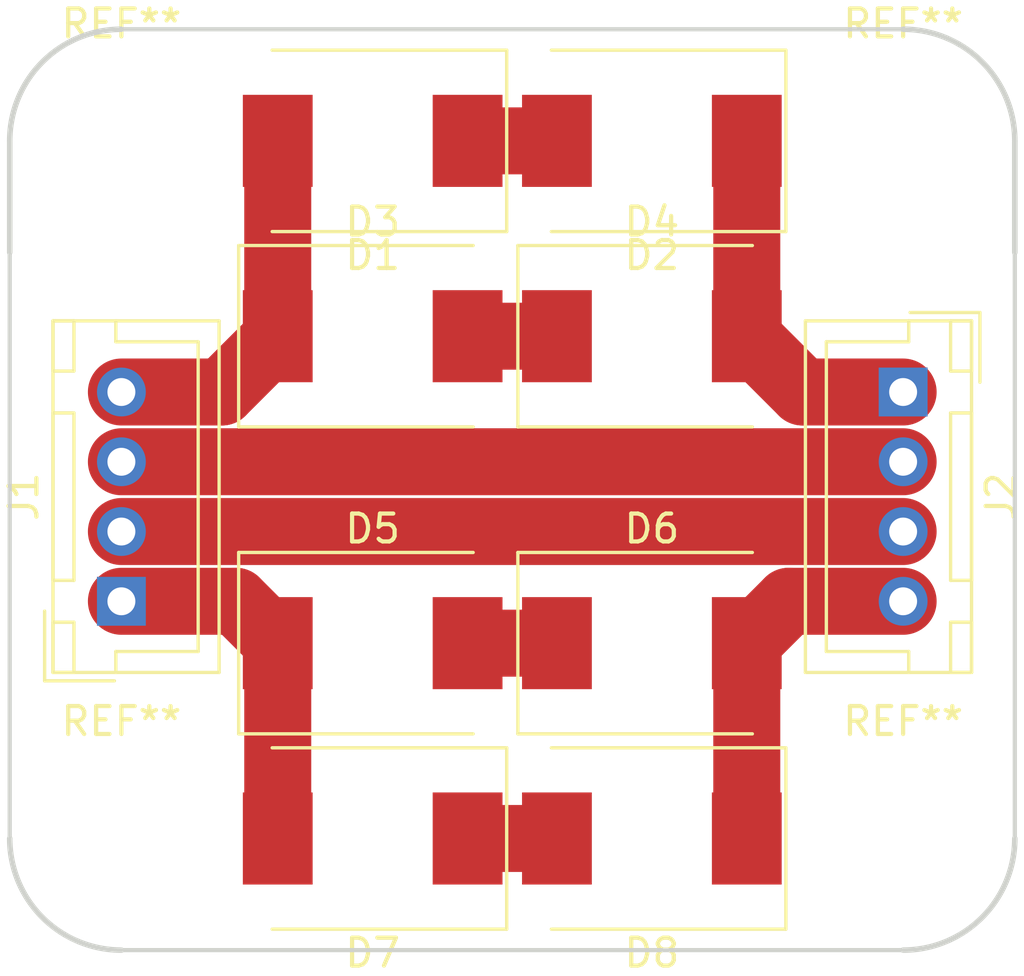
<source format=kicad_pcb>
(kicad_pcb (version 4) (host pcbnew 4.0.6)

  (general
    (links 14)
    (no_connects 0)
    (area 116.542857 49.925 163.457143 85.175)
    (thickness 1.6)
    (drawings 10)
    (tracks 18)
    (zones 0)
    (modules 14)
    (nets 11)
  )

  (page A4)
  (layers
    (0 F.Cu signal)
    (31 B.Cu signal)
    (32 B.Adhes user)
    (33 F.Adhes user)
    (34 B.Paste user)
    (35 F.Paste user)
    (36 B.SilkS user)
    (37 F.SilkS user)
    (38 B.Mask user)
    (39 F.Mask user)
    (40 Dwgs.User user)
    (41 Cmts.User user)
    (42 Eco1.User user)
    (43 Eco2.User user)
    (44 Edge.Cuts user)
    (45 Margin user)
    (46 B.CrtYd user)
    (47 F.CrtYd user)
    (48 B.Fab user hide)
    (49 F.Fab user hide)
  )

  (setup
    (last_trace_width 0.25)
    (trace_clearance 0.1)
    (zone_clearance 0.508)
    (zone_45_only no)
    (trace_min 0.2)
    (segment_width 0.2)
    (edge_width 0.15)
    (via_size 0.8)
    (via_drill 0.4)
    (via_min_size 0.4)
    (via_min_drill 0.3)
    (uvia_size 0.3)
    (uvia_drill 0.1)
    (uvias_allowed no)
    (uvia_min_size 0.2)
    (uvia_min_drill 0.1)
    (pcb_text_width 0.3)
    (pcb_text_size 1.5 1.5)
    (mod_edge_width 0.15)
    (mod_text_size 1 1)
    (mod_text_width 0.15)
    (pad_size 1.524 1.524)
    (pad_drill 0.762)
    (pad_to_mask_clearance 0.2)
    (aux_axis_origin 0 0)
    (visible_elements 7FFFFFFF)
    (pcbplotparams
      (layerselection 0x00030_ffffffff)
      (usegerberextensions false)
      (excludeedgelayer true)
      (linewidth 0.100000)
      (plotframeref false)
      (viasonmask false)
      (mode 1)
      (useauxorigin false)
      (hpglpennumber 1)
      (hpglpenspeed 20)
      (hpglpendiameter 15)
      (hpglpenoverlay 2)
      (psnegative false)
      (psa4output false)
      (plotreference true)
      (plotvalue true)
      (plotinvisibletext false)
      (padsonsilk false)
      (subtractmaskfromsilk false)
      (outputformat 1)
      (mirror false)
      (drillshape 1)
      (scaleselection 1)
      (outputdirectory ""))
  )

  (net 0 "")
  (net 1 "Net-(D1-Pad2)")
  (net 2 "Net-(D1-Pad1)")
  (net 3 "Net-(D2-Pad1)")
  (net 4 "Net-(D3-Pad2)")
  (net 5 "Net-(D5-Pad2)")
  (net 6 "Net-(D5-Pad1)")
  (net 7 "Net-(D7-Pad1)")
  (net 8 "Net-(D6-Pad2)")
  (net 9 "Net-(J1-Pad3)")
  (net 10 "Net-(J1-Pad2)")

  (net_class Default "Questo è il gruppo di collegamenti predefinito"
    (clearance 0.1)
    (trace_width 0.25)
    (via_dia 0.8)
    (via_drill 0.4)
    (uvia_dia 0.3)
    (uvia_drill 0.1)
    (add_net "Net-(D1-Pad1)")
    (add_net "Net-(D1-Pad2)")
    (add_net "Net-(D2-Pad1)")
    (add_net "Net-(D3-Pad2)")
    (add_net "Net-(D5-Pad1)")
    (add_net "Net-(D5-Pad2)")
    (add_net "Net-(D6-Pad2)")
    (add_net "Net-(D7-Pad1)")
    (add_net "Net-(J1-Pad2)")
    (add_net "Net-(J1-Pad3)")
  )

  (module Connectors_JST:JST_XH_B04B-XH-A_04x2.50mm_Straight (layer F.Cu) (tedit 58EAE7F0) (tstamp 5A9D87E7)
    (at 126 71.5 90)
    (descr "JST XH series connector, B04B-XH-A, top entry type, through hole")
    (tags "connector jst xh tht top vertical 2.50mm")
    (path /5AA1DEAE)
    (fp_text reference J1 (at 3.75 -3.5 90) (layer F.SilkS)
      (effects (font (size 1 1) (thickness 0.15)))
    )
    (fp_text value CONN_01X04 (at 3.75 4.5 90) (layer F.Fab)
      (effects (font (size 1 1) (thickness 0.15)))
    )
    (fp_text user %R (at 3.75 2.5 90) (layer F.Fab)
      (effects (font (size 1 1) (thickness 0.15)))
    )
    (fp_line (start -2.85 -2.75) (end -2.85 -0.25) (layer F.Fab) (width 0.1))
    (fp_line (start -0.35 -2.75) (end -2.85 -2.75) (layer F.Fab) (width 0.1))
    (fp_line (start -2.85 -2.75) (end -2.85 -0.25) (layer F.SilkS) (width 0.12))
    (fp_line (start -0.35 -2.75) (end -2.85 -2.75) (layer F.SilkS) (width 0.12))
    (fp_line (start 9.3 2.75) (end 3.75 2.75) (layer F.SilkS) (width 0.12))
    (fp_line (start 9.3 -0.2) (end 9.3 2.75) (layer F.SilkS) (width 0.12))
    (fp_line (start 10.05 -0.2) (end 9.3 -0.2) (layer F.SilkS) (width 0.12))
    (fp_line (start -1.8 2.75) (end 3.75 2.75) (layer F.SilkS) (width 0.12))
    (fp_line (start -1.8 -0.2) (end -1.8 2.75) (layer F.SilkS) (width 0.12))
    (fp_line (start -2.55 -0.2) (end -1.8 -0.2) (layer F.SilkS) (width 0.12))
    (fp_line (start 10.05 -2.45) (end 8.25 -2.45) (layer F.SilkS) (width 0.12))
    (fp_line (start 10.05 -1.7) (end 10.05 -2.45) (layer F.SilkS) (width 0.12))
    (fp_line (start 8.25 -1.7) (end 10.05 -1.7) (layer F.SilkS) (width 0.12))
    (fp_line (start 8.25 -2.45) (end 8.25 -1.7) (layer F.SilkS) (width 0.12))
    (fp_line (start -0.75 -2.45) (end -2.55 -2.45) (layer F.SilkS) (width 0.12))
    (fp_line (start -0.75 -1.7) (end -0.75 -2.45) (layer F.SilkS) (width 0.12))
    (fp_line (start -2.55 -1.7) (end -0.75 -1.7) (layer F.SilkS) (width 0.12))
    (fp_line (start -2.55 -2.45) (end -2.55 -1.7) (layer F.SilkS) (width 0.12))
    (fp_line (start 6.75 -2.45) (end 0.75 -2.45) (layer F.SilkS) (width 0.12))
    (fp_line (start 6.75 -1.7) (end 6.75 -2.45) (layer F.SilkS) (width 0.12))
    (fp_line (start 0.75 -1.7) (end 6.75 -1.7) (layer F.SilkS) (width 0.12))
    (fp_line (start 0.75 -2.45) (end 0.75 -1.7) (layer F.SilkS) (width 0.12))
    (fp_line (start 10.05 -2.45) (end -2.55 -2.45) (layer F.SilkS) (width 0.12))
    (fp_line (start 10.05 3.5) (end 10.05 -2.45) (layer F.SilkS) (width 0.12))
    (fp_line (start -2.55 3.5) (end 10.05 3.5) (layer F.SilkS) (width 0.12))
    (fp_line (start -2.55 -2.45) (end -2.55 3.5) (layer F.SilkS) (width 0.12))
    (fp_line (start 10.45 -2.85) (end -2.95 -2.85) (layer F.CrtYd) (width 0.05))
    (fp_line (start 10.45 3.9) (end 10.45 -2.85) (layer F.CrtYd) (width 0.05))
    (fp_line (start -2.95 3.9) (end 10.45 3.9) (layer F.CrtYd) (width 0.05))
    (fp_line (start -2.95 -2.85) (end -2.95 3.9) (layer F.CrtYd) (width 0.05))
    (fp_line (start 9.95 -2.35) (end -2.45 -2.35) (layer F.Fab) (width 0.1))
    (fp_line (start 9.95 3.4) (end 9.95 -2.35) (layer F.Fab) (width 0.1))
    (fp_line (start -2.45 3.4) (end 9.95 3.4) (layer F.Fab) (width 0.1))
    (fp_line (start -2.45 -2.35) (end -2.45 3.4) (layer F.Fab) (width 0.1))
    (pad 4 thru_hole circle (at 7.5 0 90) (size 1.75 1.75) (drill 1) (layers *.Cu *.Mask)
      (net 1 "Net-(D1-Pad2)"))
    (pad 3 thru_hole circle (at 5 0 90) (size 1.75 1.75) (drill 1) (layers *.Cu *.Mask)
      (net 9 "Net-(J1-Pad3)"))
    (pad 2 thru_hole circle (at 2.5 0 90) (size 1.75 1.75) (drill 1) (layers *.Cu *.Mask)
      (net 10 "Net-(J1-Pad2)"))
    (pad 1 thru_hole rect (at 0 0 90) (size 1.75 1.75) (drill 1) (layers *.Cu *.Mask)
      (net 6 "Net-(D5-Pad1)"))
    (model Connectors_JST.3dshapes/JST_XH_B04B-XH-A_04x2.50mm_Straight.wrl
      (at (xyz 0 0 0))
      (scale (xyz 1 1 1))
      (rotate (xyz 0 0 0))
    )
  )

  (module Mounting_Holes:MountingHole_3.2mm_M3 (layer F.Cu) (tedit 56D1B4CB) (tstamp 5A9D9195)
    (at 126 55)
    (descr "Mounting Hole 3.2mm, no annular, M3")
    (tags "mounting hole 3.2mm no annular m3")
    (attr virtual)
    (fp_text reference REF** (at 0 -4.2) (layer F.SilkS)
      (effects (font (size 1 1) (thickness 0.15)))
    )
    (fp_text value MountingHole_3.2mm_M3 (at 0 4.2) (layer F.Fab)
      (effects (font (size 1 1) (thickness 0.15)))
    )
    (fp_circle (center 0 0) (end 3.45 0) (layer F.CrtYd) (width 0.05))
    (fp_circle (center 0 0) (end 3.2 0) (layer Cmts.User) (width 0.15))
    (fp_text user %R (at 0.3 0) (layer F.Fab)
      (effects (font (size 1 1) (thickness 0.15)))
    )
    (pad 1 np_thru_hole circle (at 0 0) (size 3.2 3.2) (drill 3.2) (layers *.Cu *.Mask))
  )

  (module Mounting_Holes:MountingHole_3.2mm_M3 (layer F.Cu) (tedit 56D1B4CB) (tstamp 5A9D918E)
    (at 154 55)
    (descr "Mounting Hole 3.2mm, no annular, M3")
    (tags "mounting hole 3.2mm no annular m3")
    (attr virtual)
    (fp_text reference REF** (at 0 -4.2) (layer F.SilkS)
      (effects (font (size 1 1) (thickness 0.15)))
    )
    (fp_text value MountingHole_3.2mm_M3 (at 0 4.2) (layer F.Fab)
      (effects (font (size 1 1) (thickness 0.15)))
    )
    (fp_text user %R (at 0.3 0) (layer F.Fab)
      (effects (font (size 1 1) (thickness 0.15)))
    )
    (fp_circle (center 0 0) (end 3.2 0) (layer Cmts.User) (width 0.15))
    (fp_circle (center 0 0) (end 3.45 0) (layer F.CrtYd) (width 0.05))
    (pad 1 np_thru_hole circle (at 0 0) (size 3.2 3.2) (drill 3.2) (layers *.Cu *.Mask))
  )

  (module Mounting_Holes:MountingHole_3.2mm_M3 (layer F.Cu) (tedit 56D1B4CB) (tstamp 5A9D9184)
    (at 154 80)
    (descr "Mounting Hole 3.2mm, no annular, M3")
    (tags "mounting hole 3.2mm no annular m3")
    (attr virtual)
    (fp_text reference REF** (at 0 -4.2) (layer F.SilkS)
      (effects (font (size 1 1) (thickness 0.15)))
    )
    (fp_text value MountingHole_3.2mm_M3 (at 0 4.2) (layer F.Fab)
      (effects (font (size 1 1) (thickness 0.15)))
    )
    (fp_circle (center 0 0) (end 3.45 0) (layer F.CrtYd) (width 0.05))
    (fp_circle (center 0 0) (end 3.2 0) (layer Cmts.User) (width 0.15))
    (fp_text user %R (at 0.3 0) (layer F.Fab)
      (effects (font (size 1 1) (thickness 0.15)))
    )
    (pad 1 np_thru_hole circle (at 0 0) (size 3.2 3.2) (drill 3.2) (layers *.Cu *.Mask))
  )

  (module Mounting_Holes:MountingHole_3.2mm_M3 (layer F.Cu) (tedit 56D1B4CB) (tstamp 5A9D9181)
    (at 126 80)
    (descr "Mounting Hole 3.2mm, no annular, M3")
    (tags "mounting hole 3.2mm no annular m3")
    (attr virtual)
    (fp_text reference REF** (at 0 -4.2) (layer F.SilkS)
      (effects (font (size 1 1) (thickness 0.15)))
    )
    (fp_text value MountingHole_3.2mm_M3 (at 0 4.2) (layer F.Fab)
      (effects (font (size 1 1) (thickness 0.15)))
    )
    (fp_text user %R (at 0.3 0) (layer F.Fab)
      (effects (font (size 1 1) (thickness 0.15)))
    )
    (fp_circle (center 0 0) (end 3.2 0) (layer Cmts.User) (width 0.15))
    (fp_circle (center 0 0) (end 3.45 0) (layer F.CrtYd) (width 0.05))
    (pad 1 np_thru_hole circle (at 0 0) (size 3.2 3.2) (drill 3.2) (layers *.Cu *.Mask))
  )

  (module Diodes_SMD:D_SMC (layer F.Cu) (tedit 5864295D) (tstamp 5A9D8714)
    (at 135 55 180)
    (descr "Diode SMC (DO-214AB)")
    (tags "Diode SMC (DO-214AB)")
    (path /5AA1DF2C)
    (attr smd)
    (fp_text reference D1 (at 0 -4.1 180) (layer F.SilkS)
      (effects (font (size 1 1) (thickness 0.15)))
    )
    (fp_text value D (at 0 4.2 180) (layer F.Fab)
      (effects (font (size 1 1) (thickness 0.15)))
    )
    (fp_line (start -4.8 -3.25) (end 3.6 -3.25) (layer F.SilkS) (width 0.12))
    (fp_line (start -4.8 3.25) (end 3.6 3.25) (layer F.SilkS) (width 0.12))
    (fp_line (start -0.64944 0.00102) (end 0.50118 -0.79908) (layer F.Fab) (width 0.1))
    (fp_line (start -0.64944 0.00102) (end 0.50118 0.75032) (layer F.Fab) (width 0.1))
    (fp_line (start 0.50118 0.75032) (end 0.50118 -0.79908) (layer F.Fab) (width 0.1))
    (fp_line (start -0.64944 -0.79908) (end -0.64944 0.80112) (layer F.Fab) (width 0.1))
    (fp_line (start 0.50118 0.00102) (end 1.4994 0.00102) (layer F.Fab) (width 0.1))
    (fp_line (start -0.64944 0.00102) (end -1.55114 0.00102) (layer F.Fab) (width 0.1))
    (fp_line (start -4.9 3.35) (end -4.9 -3.35) (layer F.CrtYd) (width 0.05))
    (fp_line (start 4.9 3.35) (end -4.9 3.35) (layer F.CrtYd) (width 0.05))
    (fp_line (start 4.9 -3.35) (end 4.9 3.35) (layer F.CrtYd) (width 0.05))
    (fp_line (start -4.9 -3.35) (end 4.9 -3.35) (layer F.CrtYd) (width 0.05))
    (fp_line (start 3.55 -3.1) (end -3.55 -3.1) (layer F.Fab) (width 0.1))
    (fp_line (start 3.55 -3.1) (end 3.55 3.1) (layer F.Fab) (width 0.1))
    (fp_line (start -3.55 3.1) (end -3.55 -3.1) (layer F.Fab) (width 0.1))
    (fp_line (start 3.55 3.1) (end -3.55 3.1) (layer F.Fab) (width 0.1))
    (fp_line (start -4.8 3.25) (end -4.8 -3.25) (layer F.SilkS) (width 0.12))
    (fp_text user %R (at 0 -1.9 180) (layer F.Fab)
      (effects (font (size 1 1) (thickness 0.15)))
    )
    (pad 2 smd rect (at 3.4 0 270) (size 3.3 2.5) (layers F.Cu F.Paste F.Mask)
      (net 1 "Net-(D1-Pad2)"))
    (pad 1 smd rect (at -3.4 0 270) (size 3.3 2.5) (layers F.Cu F.Paste F.Mask)
      (net 2 "Net-(D1-Pad1)"))
    (model ${KISYS3DMOD}/Diodes_SMD.3dshapes/D_SMC.wrl
      (at (xyz 0 0 0))
      (scale (xyz 1 1 1))
      (rotate (xyz 0 0 0))
    )
  )

  (module Diodes_SMD:D_SMC (layer F.Cu) (tedit 5864295D) (tstamp 5A9D872C)
    (at 145 55 180)
    (descr "Diode SMC (DO-214AB)")
    (tags "Diode SMC (DO-214AB)")
    (path /5AA1DF5C)
    (attr smd)
    (fp_text reference D2 (at 0 -4.1 180) (layer F.SilkS)
      (effects (font (size 1 1) (thickness 0.15)))
    )
    (fp_text value D (at 0 4.2 180) (layer F.Fab)
      (effects (font (size 1 1) (thickness 0.15)))
    )
    (fp_text user %R (at 0 -1.9 180) (layer F.Fab)
      (effects (font (size 1 1) (thickness 0.15)))
    )
    (fp_line (start -4.8 3.25) (end -4.8 -3.25) (layer F.SilkS) (width 0.12))
    (fp_line (start 3.55 3.1) (end -3.55 3.1) (layer F.Fab) (width 0.1))
    (fp_line (start -3.55 3.1) (end -3.55 -3.1) (layer F.Fab) (width 0.1))
    (fp_line (start 3.55 -3.1) (end 3.55 3.1) (layer F.Fab) (width 0.1))
    (fp_line (start 3.55 -3.1) (end -3.55 -3.1) (layer F.Fab) (width 0.1))
    (fp_line (start -4.9 -3.35) (end 4.9 -3.35) (layer F.CrtYd) (width 0.05))
    (fp_line (start 4.9 -3.35) (end 4.9 3.35) (layer F.CrtYd) (width 0.05))
    (fp_line (start 4.9 3.35) (end -4.9 3.35) (layer F.CrtYd) (width 0.05))
    (fp_line (start -4.9 3.35) (end -4.9 -3.35) (layer F.CrtYd) (width 0.05))
    (fp_line (start -0.64944 0.00102) (end -1.55114 0.00102) (layer F.Fab) (width 0.1))
    (fp_line (start 0.50118 0.00102) (end 1.4994 0.00102) (layer F.Fab) (width 0.1))
    (fp_line (start -0.64944 -0.79908) (end -0.64944 0.80112) (layer F.Fab) (width 0.1))
    (fp_line (start 0.50118 0.75032) (end 0.50118 -0.79908) (layer F.Fab) (width 0.1))
    (fp_line (start -0.64944 0.00102) (end 0.50118 0.75032) (layer F.Fab) (width 0.1))
    (fp_line (start -0.64944 0.00102) (end 0.50118 -0.79908) (layer F.Fab) (width 0.1))
    (fp_line (start -4.8 3.25) (end 3.6 3.25) (layer F.SilkS) (width 0.12))
    (fp_line (start -4.8 -3.25) (end 3.6 -3.25) (layer F.SilkS) (width 0.12))
    (pad 1 smd rect (at -3.4 0 270) (size 3.3 2.5) (layers F.Cu F.Paste F.Mask)
      (net 3 "Net-(D2-Pad1)"))
    (pad 2 smd rect (at 3.4 0 270) (size 3.3 2.5) (layers F.Cu F.Paste F.Mask)
      (net 2 "Net-(D1-Pad1)"))
    (model ${KISYS3DMOD}/Diodes_SMD.3dshapes/D_SMC.wrl
      (at (xyz 0 0 0))
      (scale (xyz 1 1 1))
      (rotate (xyz 0 0 0))
    )
  )

  (module Diodes_SMD:D_SMC (layer F.Cu) (tedit 5864295D) (tstamp 5A9D8744)
    (at 135 62)
    (descr "Diode SMC (DO-214AB)")
    (tags "Diode SMC (DO-214AB)")
    (path /5AA1E038)
    (attr smd)
    (fp_text reference D3 (at 0 -4.1) (layer F.SilkS)
      (effects (font (size 1 1) (thickness 0.15)))
    )
    (fp_text value D (at 0 4.2) (layer F.Fab)
      (effects (font (size 1 1) (thickness 0.15)))
    )
    (fp_text user %R (at 0 -1.9) (layer F.Fab)
      (effects (font (size 1 1) (thickness 0.15)))
    )
    (fp_line (start -4.8 3.25) (end -4.8 -3.25) (layer F.SilkS) (width 0.12))
    (fp_line (start 3.55 3.1) (end -3.55 3.1) (layer F.Fab) (width 0.1))
    (fp_line (start -3.55 3.1) (end -3.55 -3.1) (layer F.Fab) (width 0.1))
    (fp_line (start 3.55 -3.1) (end 3.55 3.1) (layer F.Fab) (width 0.1))
    (fp_line (start 3.55 -3.1) (end -3.55 -3.1) (layer F.Fab) (width 0.1))
    (fp_line (start -4.9 -3.35) (end 4.9 -3.35) (layer F.CrtYd) (width 0.05))
    (fp_line (start 4.9 -3.35) (end 4.9 3.35) (layer F.CrtYd) (width 0.05))
    (fp_line (start 4.9 3.35) (end -4.9 3.35) (layer F.CrtYd) (width 0.05))
    (fp_line (start -4.9 3.35) (end -4.9 -3.35) (layer F.CrtYd) (width 0.05))
    (fp_line (start -0.64944 0.00102) (end -1.55114 0.00102) (layer F.Fab) (width 0.1))
    (fp_line (start 0.50118 0.00102) (end 1.4994 0.00102) (layer F.Fab) (width 0.1))
    (fp_line (start -0.64944 -0.79908) (end -0.64944 0.80112) (layer F.Fab) (width 0.1))
    (fp_line (start 0.50118 0.75032) (end 0.50118 -0.79908) (layer F.Fab) (width 0.1))
    (fp_line (start -0.64944 0.00102) (end 0.50118 0.75032) (layer F.Fab) (width 0.1))
    (fp_line (start -0.64944 0.00102) (end 0.50118 -0.79908) (layer F.Fab) (width 0.1))
    (fp_line (start -4.8 3.25) (end 3.6 3.25) (layer F.SilkS) (width 0.12))
    (fp_line (start -4.8 -3.25) (end 3.6 -3.25) (layer F.SilkS) (width 0.12))
    (pad 1 smd rect (at -3.4 0 90) (size 3.3 2.5) (layers F.Cu F.Paste F.Mask)
      (net 1 "Net-(D1-Pad2)"))
    (pad 2 smd rect (at 3.4 0 90) (size 3.3 2.5) (layers F.Cu F.Paste F.Mask)
      (net 4 "Net-(D3-Pad2)"))
    (model ${KISYS3DMOD}/Diodes_SMD.3dshapes/D_SMC.wrl
      (at (xyz 0 0 0))
      (scale (xyz 1 1 1))
      (rotate (xyz 0 0 0))
    )
  )

  (module Diodes_SMD:D_SMC (layer F.Cu) (tedit 5864295D) (tstamp 5A9D875C)
    (at 145 62)
    (descr "Diode SMC (DO-214AB)")
    (tags "Diode SMC (DO-214AB)")
    (path /5AA1E032)
    (attr smd)
    (fp_text reference D4 (at 0 -4.1) (layer F.SilkS)
      (effects (font (size 1 1) (thickness 0.15)))
    )
    (fp_text value D (at 0 4.2) (layer F.Fab)
      (effects (font (size 1 1) (thickness 0.15)))
    )
    (fp_line (start -4.8 -3.25) (end 3.6 -3.25) (layer F.SilkS) (width 0.12))
    (fp_line (start -4.8 3.25) (end 3.6 3.25) (layer F.SilkS) (width 0.12))
    (fp_line (start -0.64944 0.00102) (end 0.50118 -0.79908) (layer F.Fab) (width 0.1))
    (fp_line (start -0.64944 0.00102) (end 0.50118 0.75032) (layer F.Fab) (width 0.1))
    (fp_line (start 0.50118 0.75032) (end 0.50118 -0.79908) (layer F.Fab) (width 0.1))
    (fp_line (start -0.64944 -0.79908) (end -0.64944 0.80112) (layer F.Fab) (width 0.1))
    (fp_line (start 0.50118 0.00102) (end 1.4994 0.00102) (layer F.Fab) (width 0.1))
    (fp_line (start -0.64944 0.00102) (end -1.55114 0.00102) (layer F.Fab) (width 0.1))
    (fp_line (start -4.9 3.35) (end -4.9 -3.35) (layer F.CrtYd) (width 0.05))
    (fp_line (start 4.9 3.35) (end -4.9 3.35) (layer F.CrtYd) (width 0.05))
    (fp_line (start 4.9 -3.35) (end 4.9 3.35) (layer F.CrtYd) (width 0.05))
    (fp_line (start -4.9 -3.35) (end 4.9 -3.35) (layer F.CrtYd) (width 0.05))
    (fp_line (start 3.55 -3.1) (end -3.55 -3.1) (layer F.Fab) (width 0.1))
    (fp_line (start 3.55 -3.1) (end 3.55 3.1) (layer F.Fab) (width 0.1))
    (fp_line (start -3.55 3.1) (end -3.55 -3.1) (layer F.Fab) (width 0.1))
    (fp_line (start 3.55 3.1) (end -3.55 3.1) (layer F.Fab) (width 0.1))
    (fp_line (start -4.8 3.25) (end -4.8 -3.25) (layer F.SilkS) (width 0.12))
    (fp_text user %R (at 0 -1.9) (layer F.Fab)
      (effects (font (size 1 1) (thickness 0.15)))
    )
    (pad 2 smd rect (at 3.4 0 90) (size 3.3 2.5) (layers F.Cu F.Paste F.Mask)
      (net 3 "Net-(D2-Pad1)"))
    (pad 1 smd rect (at -3.4 0 90) (size 3.3 2.5) (layers F.Cu F.Paste F.Mask)
      (net 4 "Net-(D3-Pad2)"))
    (model ${KISYS3DMOD}/Diodes_SMD.3dshapes/D_SMC.wrl
      (at (xyz 0 0 0))
      (scale (xyz 1 1 1))
      (rotate (xyz 0 0 0))
    )
  )

  (module Diodes_SMD:D_SMC (layer F.Cu) (tedit 5864295D) (tstamp 5A9D8774)
    (at 135 73)
    (descr "Diode SMC (DO-214AB)")
    (tags "Diode SMC (DO-214AB)")
    (path /5AA1E5ED)
    (attr smd)
    (fp_text reference D5 (at 0 -4.1) (layer F.SilkS)
      (effects (font (size 1 1) (thickness 0.15)))
    )
    (fp_text value D (at 0 4.2) (layer F.Fab)
      (effects (font (size 1 1) (thickness 0.15)))
    )
    (fp_line (start -4.8 -3.25) (end 3.6 -3.25) (layer F.SilkS) (width 0.12))
    (fp_line (start -4.8 3.25) (end 3.6 3.25) (layer F.SilkS) (width 0.12))
    (fp_line (start -0.64944 0.00102) (end 0.50118 -0.79908) (layer F.Fab) (width 0.1))
    (fp_line (start -0.64944 0.00102) (end 0.50118 0.75032) (layer F.Fab) (width 0.1))
    (fp_line (start 0.50118 0.75032) (end 0.50118 -0.79908) (layer F.Fab) (width 0.1))
    (fp_line (start -0.64944 -0.79908) (end -0.64944 0.80112) (layer F.Fab) (width 0.1))
    (fp_line (start 0.50118 0.00102) (end 1.4994 0.00102) (layer F.Fab) (width 0.1))
    (fp_line (start -0.64944 0.00102) (end -1.55114 0.00102) (layer F.Fab) (width 0.1))
    (fp_line (start -4.9 3.35) (end -4.9 -3.35) (layer F.CrtYd) (width 0.05))
    (fp_line (start 4.9 3.35) (end -4.9 3.35) (layer F.CrtYd) (width 0.05))
    (fp_line (start 4.9 -3.35) (end 4.9 3.35) (layer F.CrtYd) (width 0.05))
    (fp_line (start -4.9 -3.35) (end 4.9 -3.35) (layer F.CrtYd) (width 0.05))
    (fp_line (start 3.55 -3.1) (end -3.55 -3.1) (layer F.Fab) (width 0.1))
    (fp_line (start 3.55 -3.1) (end 3.55 3.1) (layer F.Fab) (width 0.1))
    (fp_line (start -3.55 3.1) (end -3.55 -3.1) (layer F.Fab) (width 0.1))
    (fp_line (start 3.55 3.1) (end -3.55 3.1) (layer F.Fab) (width 0.1))
    (fp_line (start -4.8 3.25) (end -4.8 -3.25) (layer F.SilkS) (width 0.12))
    (fp_text user %R (at 0 -1.9) (layer F.Fab)
      (effects (font (size 1 1) (thickness 0.15)))
    )
    (pad 2 smd rect (at 3.4 0 90) (size 3.3 2.5) (layers F.Cu F.Paste F.Mask)
      (net 5 "Net-(D5-Pad2)"))
    (pad 1 smd rect (at -3.4 0 90) (size 3.3 2.5) (layers F.Cu F.Paste F.Mask)
      (net 6 "Net-(D5-Pad1)"))
    (model ${KISYS3DMOD}/Diodes_SMD.3dshapes/D_SMC.wrl
      (at (xyz 0 0 0))
      (scale (xyz 1 1 1))
      (rotate (xyz 0 0 0))
    )
  )

  (module Diodes_SMD:D_SMC (layer F.Cu) (tedit 5864295D) (tstamp 5A9D878C)
    (at 145 73)
    (descr "Diode SMC (DO-214AB)")
    (tags "Diode SMC (DO-214AB)")
    (path /5AA1E5E7)
    (attr smd)
    (fp_text reference D6 (at 0 -4.1) (layer F.SilkS)
      (effects (font (size 1 1) (thickness 0.15)))
    )
    (fp_text value D (at 0 4.2) (layer F.Fab)
      (effects (font (size 1 1) (thickness 0.15)))
    )
    (fp_text user %R (at 0 -1.9) (layer F.Fab)
      (effects (font (size 1 1) (thickness 0.15)))
    )
    (fp_line (start -4.8 3.25) (end -4.8 -3.25) (layer F.SilkS) (width 0.12))
    (fp_line (start 3.55 3.1) (end -3.55 3.1) (layer F.Fab) (width 0.1))
    (fp_line (start -3.55 3.1) (end -3.55 -3.1) (layer F.Fab) (width 0.1))
    (fp_line (start 3.55 -3.1) (end 3.55 3.1) (layer F.Fab) (width 0.1))
    (fp_line (start 3.55 -3.1) (end -3.55 -3.1) (layer F.Fab) (width 0.1))
    (fp_line (start -4.9 -3.35) (end 4.9 -3.35) (layer F.CrtYd) (width 0.05))
    (fp_line (start 4.9 -3.35) (end 4.9 3.35) (layer F.CrtYd) (width 0.05))
    (fp_line (start 4.9 3.35) (end -4.9 3.35) (layer F.CrtYd) (width 0.05))
    (fp_line (start -4.9 3.35) (end -4.9 -3.35) (layer F.CrtYd) (width 0.05))
    (fp_line (start -0.64944 0.00102) (end -1.55114 0.00102) (layer F.Fab) (width 0.1))
    (fp_line (start 0.50118 0.00102) (end 1.4994 0.00102) (layer F.Fab) (width 0.1))
    (fp_line (start -0.64944 -0.79908) (end -0.64944 0.80112) (layer F.Fab) (width 0.1))
    (fp_line (start 0.50118 0.75032) (end 0.50118 -0.79908) (layer F.Fab) (width 0.1))
    (fp_line (start -0.64944 0.00102) (end 0.50118 0.75032) (layer F.Fab) (width 0.1))
    (fp_line (start -0.64944 0.00102) (end 0.50118 -0.79908) (layer F.Fab) (width 0.1))
    (fp_line (start -4.8 3.25) (end 3.6 3.25) (layer F.SilkS) (width 0.12))
    (fp_line (start -4.8 -3.25) (end 3.6 -3.25) (layer F.SilkS) (width 0.12))
    (pad 1 smd rect (at -3.4 0 90) (size 3.3 2.5) (layers F.Cu F.Paste F.Mask)
      (net 5 "Net-(D5-Pad2)"))
    (pad 2 smd rect (at 3.4 0 90) (size 3.3 2.5) (layers F.Cu F.Paste F.Mask)
      (net 8 "Net-(D6-Pad2)"))
    (model ${KISYS3DMOD}/Diodes_SMD.3dshapes/D_SMC.wrl
      (at (xyz 0 0 0))
      (scale (xyz 1 1 1))
      (rotate (xyz 0 0 0))
    )
  )

  (module Diodes_SMD:D_SMC (layer F.Cu) (tedit 5864295D) (tstamp 5A9D87A4)
    (at 135 80 180)
    (descr "Diode SMC (DO-214AB)")
    (tags "Diode SMC (DO-214AB)")
    (path /5AA1E5DB)
    (attr smd)
    (fp_text reference D7 (at 0 -4.1 180) (layer F.SilkS)
      (effects (font (size 1 1) (thickness 0.15)))
    )
    (fp_text value D (at 0 4.2 180) (layer F.Fab)
      (effects (font (size 1 1) (thickness 0.15)))
    )
    (fp_text user %R (at 0 -1.9 180) (layer F.Fab)
      (effects (font (size 1 1) (thickness 0.15)))
    )
    (fp_line (start -4.8 3.25) (end -4.8 -3.25) (layer F.SilkS) (width 0.12))
    (fp_line (start 3.55 3.1) (end -3.55 3.1) (layer F.Fab) (width 0.1))
    (fp_line (start -3.55 3.1) (end -3.55 -3.1) (layer F.Fab) (width 0.1))
    (fp_line (start 3.55 -3.1) (end 3.55 3.1) (layer F.Fab) (width 0.1))
    (fp_line (start 3.55 -3.1) (end -3.55 -3.1) (layer F.Fab) (width 0.1))
    (fp_line (start -4.9 -3.35) (end 4.9 -3.35) (layer F.CrtYd) (width 0.05))
    (fp_line (start 4.9 -3.35) (end 4.9 3.35) (layer F.CrtYd) (width 0.05))
    (fp_line (start 4.9 3.35) (end -4.9 3.35) (layer F.CrtYd) (width 0.05))
    (fp_line (start -4.9 3.35) (end -4.9 -3.35) (layer F.CrtYd) (width 0.05))
    (fp_line (start -0.64944 0.00102) (end -1.55114 0.00102) (layer F.Fab) (width 0.1))
    (fp_line (start 0.50118 0.00102) (end 1.4994 0.00102) (layer F.Fab) (width 0.1))
    (fp_line (start -0.64944 -0.79908) (end -0.64944 0.80112) (layer F.Fab) (width 0.1))
    (fp_line (start 0.50118 0.75032) (end 0.50118 -0.79908) (layer F.Fab) (width 0.1))
    (fp_line (start -0.64944 0.00102) (end 0.50118 0.75032) (layer F.Fab) (width 0.1))
    (fp_line (start -0.64944 0.00102) (end 0.50118 -0.79908) (layer F.Fab) (width 0.1))
    (fp_line (start -4.8 3.25) (end 3.6 3.25) (layer F.SilkS) (width 0.12))
    (fp_line (start -4.8 -3.25) (end 3.6 -3.25) (layer F.SilkS) (width 0.12))
    (pad 1 smd rect (at -3.4 0 270) (size 3.3 2.5) (layers F.Cu F.Paste F.Mask)
      (net 7 "Net-(D7-Pad1)"))
    (pad 2 smd rect (at 3.4 0 270) (size 3.3 2.5) (layers F.Cu F.Paste F.Mask)
      (net 6 "Net-(D5-Pad1)"))
    (model ${KISYS3DMOD}/Diodes_SMD.3dshapes/D_SMC.wrl
      (at (xyz 0 0 0))
      (scale (xyz 1 1 1))
      (rotate (xyz 0 0 0))
    )
  )

  (module Diodes_SMD:D_SMC (layer F.Cu) (tedit 5864295D) (tstamp 5A9D87BC)
    (at 145 80 180)
    (descr "Diode SMC (DO-214AB)")
    (tags "Diode SMC (DO-214AB)")
    (path /5AA1E5E1)
    (attr smd)
    (fp_text reference D8 (at 0 -4.1 180) (layer F.SilkS)
      (effects (font (size 1 1) (thickness 0.15)))
    )
    (fp_text value D (at 0 4.2 180) (layer F.Fab)
      (effects (font (size 1 1) (thickness 0.15)))
    )
    (fp_line (start -4.8 -3.25) (end 3.6 -3.25) (layer F.SilkS) (width 0.12))
    (fp_line (start -4.8 3.25) (end 3.6 3.25) (layer F.SilkS) (width 0.12))
    (fp_line (start -0.64944 0.00102) (end 0.50118 -0.79908) (layer F.Fab) (width 0.1))
    (fp_line (start -0.64944 0.00102) (end 0.50118 0.75032) (layer F.Fab) (width 0.1))
    (fp_line (start 0.50118 0.75032) (end 0.50118 -0.79908) (layer F.Fab) (width 0.1))
    (fp_line (start -0.64944 -0.79908) (end -0.64944 0.80112) (layer F.Fab) (width 0.1))
    (fp_line (start 0.50118 0.00102) (end 1.4994 0.00102) (layer F.Fab) (width 0.1))
    (fp_line (start -0.64944 0.00102) (end -1.55114 0.00102) (layer F.Fab) (width 0.1))
    (fp_line (start -4.9 3.35) (end -4.9 -3.35) (layer F.CrtYd) (width 0.05))
    (fp_line (start 4.9 3.35) (end -4.9 3.35) (layer F.CrtYd) (width 0.05))
    (fp_line (start 4.9 -3.35) (end 4.9 3.35) (layer F.CrtYd) (width 0.05))
    (fp_line (start -4.9 -3.35) (end 4.9 -3.35) (layer F.CrtYd) (width 0.05))
    (fp_line (start 3.55 -3.1) (end -3.55 -3.1) (layer F.Fab) (width 0.1))
    (fp_line (start 3.55 -3.1) (end 3.55 3.1) (layer F.Fab) (width 0.1))
    (fp_line (start -3.55 3.1) (end -3.55 -3.1) (layer F.Fab) (width 0.1))
    (fp_line (start 3.55 3.1) (end -3.55 3.1) (layer F.Fab) (width 0.1))
    (fp_line (start -4.8 3.25) (end -4.8 -3.25) (layer F.SilkS) (width 0.12))
    (fp_text user %R (at 0 -1.9 180) (layer F.Fab)
      (effects (font (size 1 1) (thickness 0.15)))
    )
    (pad 2 smd rect (at 3.4 0 270) (size 3.3 2.5) (layers F.Cu F.Paste F.Mask)
      (net 7 "Net-(D7-Pad1)"))
    (pad 1 smd rect (at -3.4 0 270) (size 3.3 2.5) (layers F.Cu F.Paste F.Mask)
      (net 8 "Net-(D6-Pad2)"))
    (model ${KISYS3DMOD}/Diodes_SMD.3dshapes/D_SMC.wrl
      (at (xyz 0 0 0))
      (scale (xyz 1 1 1))
      (rotate (xyz 0 0 0))
    )
  )

  (module Connectors_JST:JST_XH_B04B-XH-A_04x2.50mm_Straight (layer F.Cu) (tedit 58EAE7F0) (tstamp 5A9D8812)
    (at 154 64 270)
    (descr "JST XH series connector, B04B-XH-A, top entry type, through hole")
    (tags "connector jst xh tht top vertical 2.50mm")
    (path /5AA1DEED)
    (fp_text reference J2 (at 3.75 -3.5 270) (layer F.SilkS)
      (effects (font (size 1 1) (thickness 0.15)))
    )
    (fp_text value CONN_01X04 (at 3.75 4.5 270) (layer F.Fab)
      (effects (font (size 1 1) (thickness 0.15)))
    )
    (fp_text user %R (at 3.75 2.5 270) (layer F.Fab)
      (effects (font (size 1 1) (thickness 0.15)))
    )
    (fp_line (start -2.85 -2.75) (end -2.85 -0.25) (layer F.Fab) (width 0.1))
    (fp_line (start -0.35 -2.75) (end -2.85 -2.75) (layer F.Fab) (width 0.1))
    (fp_line (start -2.85 -2.75) (end -2.85 -0.25) (layer F.SilkS) (width 0.12))
    (fp_line (start -0.35 -2.75) (end -2.85 -2.75) (layer F.SilkS) (width 0.12))
    (fp_line (start 9.3 2.75) (end 3.75 2.75) (layer F.SilkS) (width 0.12))
    (fp_line (start 9.3 -0.2) (end 9.3 2.75) (layer F.SilkS) (width 0.12))
    (fp_line (start 10.05 -0.2) (end 9.3 -0.2) (layer F.SilkS) (width 0.12))
    (fp_line (start -1.8 2.75) (end 3.75 2.75) (layer F.SilkS) (width 0.12))
    (fp_line (start -1.8 -0.2) (end -1.8 2.75) (layer F.SilkS) (width 0.12))
    (fp_line (start -2.55 -0.2) (end -1.8 -0.2) (layer F.SilkS) (width 0.12))
    (fp_line (start 10.05 -2.45) (end 8.25 -2.45) (layer F.SilkS) (width 0.12))
    (fp_line (start 10.05 -1.7) (end 10.05 -2.45) (layer F.SilkS) (width 0.12))
    (fp_line (start 8.25 -1.7) (end 10.05 -1.7) (layer F.SilkS) (width 0.12))
    (fp_line (start 8.25 -2.45) (end 8.25 -1.7) (layer F.SilkS) (width 0.12))
    (fp_line (start -0.75 -2.45) (end -2.55 -2.45) (layer F.SilkS) (width 0.12))
    (fp_line (start -0.75 -1.7) (end -0.75 -2.45) (layer F.SilkS) (width 0.12))
    (fp_line (start -2.55 -1.7) (end -0.75 -1.7) (layer F.SilkS) (width 0.12))
    (fp_line (start -2.55 -2.45) (end -2.55 -1.7) (layer F.SilkS) (width 0.12))
    (fp_line (start 6.75 -2.45) (end 0.75 -2.45) (layer F.SilkS) (width 0.12))
    (fp_line (start 6.75 -1.7) (end 6.75 -2.45) (layer F.SilkS) (width 0.12))
    (fp_line (start 0.75 -1.7) (end 6.75 -1.7) (layer F.SilkS) (width 0.12))
    (fp_line (start 0.75 -2.45) (end 0.75 -1.7) (layer F.SilkS) (width 0.12))
    (fp_line (start 10.05 -2.45) (end -2.55 -2.45) (layer F.SilkS) (width 0.12))
    (fp_line (start 10.05 3.5) (end 10.05 -2.45) (layer F.SilkS) (width 0.12))
    (fp_line (start -2.55 3.5) (end 10.05 3.5) (layer F.SilkS) (width 0.12))
    (fp_line (start -2.55 -2.45) (end -2.55 3.5) (layer F.SilkS) (width 0.12))
    (fp_line (start 10.45 -2.85) (end -2.95 -2.85) (layer F.CrtYd) (width 0.05))
    (fp_line (start 10.45 3.9) (end 10.45 -2.85) (layer F.CrtYd) (width 0.05))
    (fp_line (start -2.95 3.9) (end 10.45 3.9) (layer F.CrtYd) (width 0.05))
    (fp_line (start -2.95 -2.85) (end -2.95 3.9) (layer F.CrtYd) (width 0.05))
    (fp_line (start 9.95 -2.35) (end -2.45 -2.35) (layer F.Fab) (width 0.1))
    (fp_line (start 9.95 3.4) (end 9.95 -2.35) (layer F.Fab) (width 0.1))
    (fp_line (start -2.45 3.4) (end 9.95 3.4) (layer F.Fab) (width 0.1))
    (fp_line (start -2.45 -2.35) (end -2.45 3.4) (layer F.Fab) (width 0.1))
    (pad 4 thru_hole circle (at 7.5 0 270) (size 1.75 1.75) (drill 1) (layers *.Cu *.Mask)
      (net 8 "Net-(D6-Pad2)"))
    (pad 3 thru_hole circle (at 5 0 270) (size 1.75 1.75) (drill 1) (layers *.Cu *.Mask)
      (net 10 "Net-(J1-Pad2)"))
    (pad 2 thru_hole circle (at 2.5 0 270) (size 1.75 1.75) (drill 1) (layers *.Cu *.Mask)
      (net 9 "Net-(J1-Pad3)"))
    (pad 1 thru_hole rect (at 0 0 270) (size 1.75 1.75) (drill 1) (layers *.Cu *.Mask)
      (net 3 "Net-(D2-Pad1)"))
    (model Connectors_JST.3dshapes/JST_XH_B04B-XH-A_04x2.50mm_Straight.wrl
      (at (xyz 0 0 0))
      (scale (xyz 1 1 1))
      (rotate (xyz 0 0 0))
    )
  )

  (gr_line (start 122 59) (end 122 55) (layer Edge.Cuts) (width 0.2))
  (gr_line (start 158 59) (end 158 55) (layer Edge.Cuts) (width 0.2))
  (gr_line (start 126 84) (end 154 84) (layer Edge.Cuts) (width 0.15))
  (gr_line (start 122 59) (end 122 80) (layer Edge.Cuts) (width 0.15))
  (gr_line (start 154 51) (end 126 51) (layer Edge.Cuts) (width 0.15))
  (gr_line (start 158 80) (end 158 59) (layer Edge.Cuts) (width 0.15))
  (gr_arc (start 154 80) (end 154 84) (angle -90) (layer Edge.Cuts) (width 0.2))
  (gr_arc (start 126 80) (end 122 80) (angle -90) (layer Edge.Cuts) (width 0.2))
  (gr_arc (start 126 55) (end 126 51) (angle -90) (layer Edge.Cuts) (width 0.2))
  (gr_arc (start 154 55) (end 158 55) (angle -90) (layer Edge.Cuts) (width 0.2))

  (segment (start 126 64) (end 129.6 64) (width 2.4) (layer F.Cu) (net 1))
  (segment (start 129.6 64) (end 131.6 62) (width 2.4) (layer F.Cu) (net 1))
  (segment (start 131.6 55) (end 131.6 62) (width 2.4) (layer F.Cu) (net 1))
  (segment (start 138.4 55) (end 141.6 55) (width 2.4) (layer F.Cu) (net 2))
  (segment (start 154 64) (end 150.4 64) (width 2.4) (layer F.Cu) (net 3))
  (segment (start 150.4 64) (end 148.4 62) (width 2.4) (layer F.Cu) (net 3))
  (segment (start 148.4 55) (end 148.4 62) (width 2.4) (layer F.Cu) (net 3))
  (segment (start 138.4 62) (end 141.6 62) (width 2.4) (layer F.Cu) (net 4))
  (segment (start 138.4 73) (end 141.6 73) (width 2.4) (layer F.Cu) (net 5))
  (segment (start 131.6 80) (end 131.6 73) (width 2.4) (layer F.Cu) (net 6))
  (segment (start 126 71.5) (end 130.1 71.5) (width 2.4) (layer F.Cu) (net 6))
  (segment (start 130.1 71.5) (end 131.6 73) (width 2.4) (layer F.Cu) (net 6))
  (segment (start 138.4 80) (end 141.6 80) (width 2.4) (layer F.Cu) (net 7))
  (segment (start 154 71.5) (end 149.9 71.5) (width 2.4) (layer F.Cu) (net 8))
  (segment (start 149.9 71.5) (end 148.4 73) (width 2.4) (layer F.Cu) (net 8))
  (segment (start 148.4 80) (end 148.4 73) (width 2.4) (layer F.Cu) (net 8))
  (segment (start 126 66.5) (end 154 66.5) (width 2.4) (layer F.Cu) (net 9))
  (segment (start 126 69) (end 154 69) (width 2.4) (layer F.Cu) (net 10))

)

</source>
